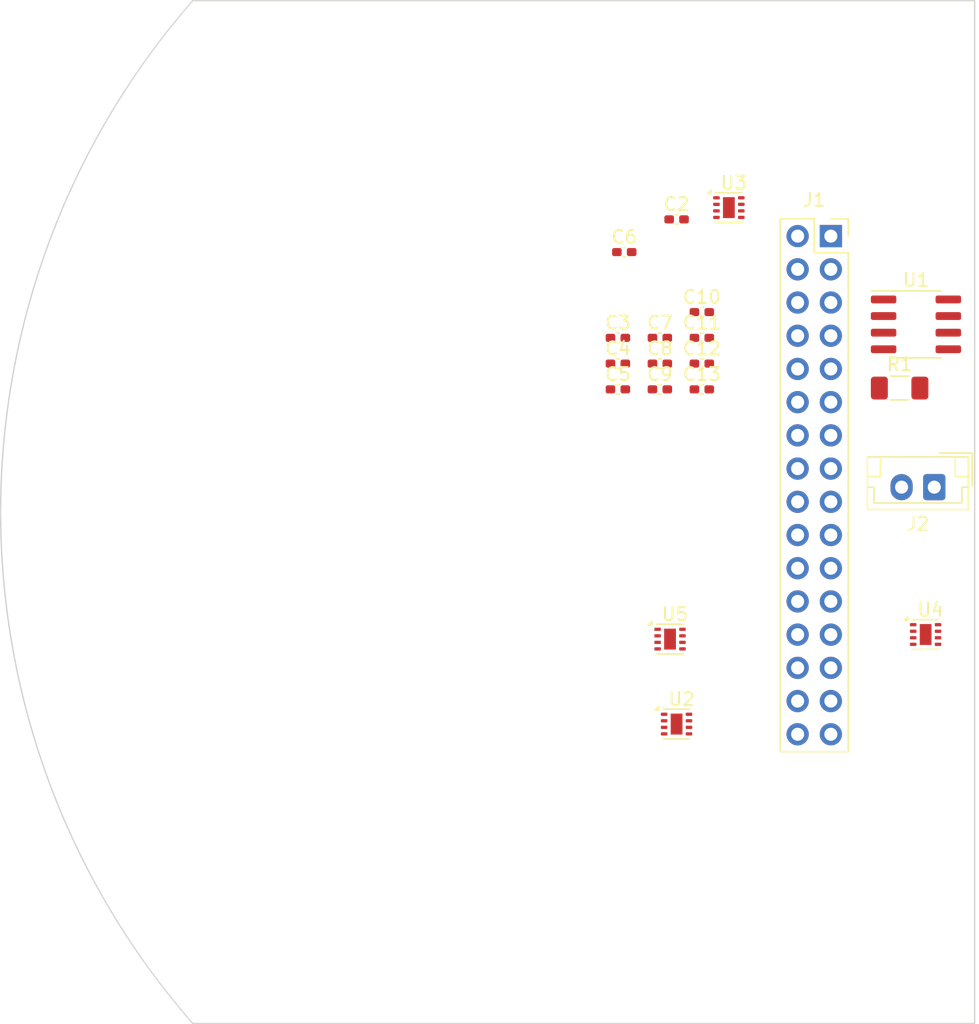
<source format=kicad_pcb>
(kicad_pcb (version 20241229) (generator "pcbnew") (generator_version "9.0")
  (layers (0 "F.Cu" signal) (2 "B.Cu" signal) (13 "F.Paste" user) (15 "B.Paste" user) (5 "F.SilkS" user "F.Silkscreen") (7 "B.SilkS" user "B.Silkscreen") (1 "F.Mask" user) (3 "B.Mask" user) (25 "Edge.Cuts" user))
  (net 0 "")
  (net 1 "/Motor_H_Supply")
  (net 2 "/5V Out")
  (net 3 "/3.3V Regulated")
  (net 4 "/Motor4_A_OUT")
  (net 5 "/MOTOR1_CTRL1")
  (net 6 "/MOTOR4_CTRL1")
  (net 8 "/MOTOR4_CTRL2")
  (net 10 "/MOTOR3_CTRL1")
  (net 16 "/SCLK_INA219")
  (net 17 "/SDA_INA219")
  (net 20 "/MOTOR1_A_OUT")
  (net 24 "/Motor2_A_OUT")
  (net 26 "/MOTOR1_B_OUT")
  (net 27 "/MOTOR2_CTRL1")
  (net 28 "/MOTOR3_B_OUT")
  (net 29 "/Motor2_B_OUT")
  (net 30 "/MOTOR2_CTRL2")
  (net 31 "/V_Battery+")
  (net 32 "/V_Battery-")
  (net 33 "/Vcc")
  (net 34 "GND")
  (net 35 "/MOTOR1_CTRL2")
  (net 36 "/MOTOR3_CTRL2")
  (net 37 "/MOTOR3_A_OUT")
  (net 38 "/Motor4_B_OUT")
  (footprint "Capacitor_SMD:C_0402_1005Metric_Pad0.74x0.62mm_HandSolder" (layer "F.Cu") (at 90.2225 86.5)
    (property "Reference" "C9" (at 0 -1.16 0) (layer "F.SilkS"))
    (property "Value" "0.1mF")
    (fp_line (start -0.115835 -0.36) (end 0.115835 -0.36) (stroke (width 0.12)) (layer "F.SilkS"))
    (fp_line (start -0.115835 0.36) (end 0.115835 0.36) (stroke (width 0.12)) (layer "F.SilkS"))
    (pad "1" smd roundrect (at -0.5675 0) (size 0.735 0.62) (layers "F.Cu" "F.Mask" "F.Paste") (net 1 "/Motor_H_Supply"))
    (pad "2" smd roundrect (at 0.5675 0) (size 0.735 0.62) (layers "F.Cu" "F.Mask" "F.Paste") (net 34 "GND"))
  )
  (footprint "Capacitor_SMD:C_0402_1005Metric_Pad0.74x0.62mm_HandSolder" (layer "F.Cu") (at 90.2225 82.56)
    (property "Reference" "C7" (at 0 -1.16 0) (layer "F.SilkS"))
    (property "Value" "0.1mF")
    (fp_line (start -0.115835 -0.36) (end 0.115835 -0.36) (stroke (width 0.12)) (layer "F.SilkS"))
    (fp_line (start -0.115835 0.36) (end 0.115835 0.36) (stroke (width 0.12)) (layer "F.SilkS"))
    (pad "1" smd roundrect (at -0.5675 0) (size 0.735 0.62) (layers "F.Cu" "F.Mask" "F.Paste") (net 34 "GND"))
    (pad "2" smd roundrect (at 0.5675 0) (size 0.735 0.62) (layers "F.Cu" "F.Mask" "F.Paste") (net 3 "/3.3V Regulated"))
  )
  (footprint "Capacitor_SMD:C_0402_1005Metric_Pad0.74x0.62mm_HandSolder" (layer "F.Cu") (at 87.0125 86.5)
    (property "Reference" "C5" (at 0 -1.16 0) (layer "F.SilkS"))
    (property "Value" "0.1mF")
    (fp_line (start -0.115835 -0.36) (end 0.115835 -0.36) (stroke (width 0.12)) (layer "F.SilkS"))
    (fp_line (start -0.115835 0.36) (end 0.115835 0.36) (stroke (width 0.12)) (layer "F.SilkS"))
    (pad "1" smd roundrect (at -0.5675 0) (size 0.735 0.62) (layers "F.Cu" "F.Mask" "F.Paste") (net 2 "/5V Out"))
    (pad "2" smd roundrect (at 0.5675 0) (size 0.735 0.62) (layers "F.Cu" "F.Mask" "F.Paste") (net 34 "GND"))
  )
  (footprint "Resistor_SMD:R_1206_3216Metric_Pad1.30x1.75mm_HandSolder" (layer "F.Cu") (at 108.56 86.4)
    (property "Reference" "R1" (at 0 -1.82 0) (layer "F.SilkS"))
    (property "Value" "0.15")
    (fp_line (start -0.727064 -0.91) (end 0.727064 -0.91) (stroke (width 0.12)) (layer "F.SilkS"))
    (fp_line (start -0.727064 0.91) (end 0.727064 0.91) (stroke (width 0.12)) (layer "F.SilkS"))
    (pad "1" smd roundrect (at -1.55 0) (size 1.3 1.75) (layers "F.Cu" "F.Mask" "F.Paste") (roundrect_rratio 0.192308) (net 33 "/Vcc"))
    (pad "2" smd roundrect (at 1.55 0) (size 1.3 1.75) (layers "F.Cu" "F.Mask" "F.Paste") (roundrect_rratio 0.192308) (net 31 "/V_Battery+"))
  )
  (footprint "Capacitor_SMD:C_0402_1005Metric_Pad0.74x0.62mm_HandSolder" (layer "F.Cu") (at 93.4325 84.53)
    (property "Reference" "C12" (at 0 -1.16 0) (layer "F.SilkS"))
    (property "Value" "0.1mF")
    (fp_line (start -0.115835 -0.36) (end 0.115835 -0.36) (stroke (width 0.12)) (layer "F.SilkS"))
    (fp_line (start -0.115835 0.36) (end 0.115835 0.36) (stroke (width 0.12)) (layer "F.SilkS"))
    (pad "1" smd roundrect (at -0.5675 0) (size 0.735 0.62) (layers "F.Cu" "F.Mask" "F.Paste") (net 1 "/Motor_H_Supply"))
    (pad "2" smd roundrect (at 0.5675 0) (size 0.735 0.62) (layers "F.Cu" "F.Mask" "F.Paste") (net 34 "GND"))
  )
  (footprint "Package_SON:WSON-8-1EP_2x2mm_P0.5mm_EP0.9x1.6mm" (layer "F.Cu") (at 91.5 112.1)
    (property "Reference" "U2" (at 0.38 -1.9 0) (layer "F.SilkS"))
    (property "Value" "DRV8837")
    (fp_line (start -1.01 -1.14) (end 0.99 -1.14) (stroke (width 0.12)) (layer "F.SilkS"))
    (fp_line (start -1 1.14) (end 1 1.14) (stroke (width 0.12)) (layer "F.SilkS"))
    (fp_poly (pts (xy -1.37 -1.07) (xy -1.65 -1.07) (xy -1.37 -1.35) (xy -1.37 -1.07)) (stroke (width 0.12)) (fill yes) (layer "F.SilkS"))
    (pad "1" smd roundrect (at -0.95 -0.75) (size 0.5 0.25) (layers "F.Cu" "F.Mask" "F.Paste") (net 3 "/3.3V Regulated"))
    (pad "2" smd roundrect (at -0.95 -0.25) (size 0.5 0.25) (layers "F.Cu" "F.Mask" "F.Paste") (net 20 "/MOTOR1_A_OUT"))
    (pad "3" smd roundrect (at -0.95 0.25) (size 0.5 0.25) (layers "F.Cu" "F.Mask" "F.Paste") (net 26 "/MOTOR1_B_OUT"))
    (pad "4" smd roundrect (at -0.95 0.75) (size 0.5 0.25) (layers "F.Cu" "F.Mask" "F.Paste") (net 34 "GND"))
    (pad "5" smd roundrect (at 0.95 0.75) (size 0.5 0.25) (layers "F.Cu" "F.Mask" "F.Paste") (net 35 "/MOTOR1_CTRL2"))
    (pad "6" smd roundrect (at 0.95 0.25) (size 0.5 0.25) (layers "F.Cu" "F.Mask" "F.Paste") (net 5 "/MOTOR1_CTRL1"))
    (pad "7" smd roundrect (at 0.95 -0.25) (size 0.5 0.25) (layers "F.Cu" "F.Mask" "F.Paste") (net 2 "/5V Out"))
    (pad "8" smd roundrect (at 0.95 -0.75) (size 0.5 0.25) (layers "F.Cu" "F.Mask" "F.Paste") (net 34 "GND"))
    (pad "9" smd rect (at 0 0) (size 0.9 1.6) (layers "F.Cu" "F.Mask") (net 34 "GND"))
  )
  (footprint "Capacitor_SMD:C_0402_1005Metric_Pad0.74x0.62mm_HandSolder" (layer "F.Cu") (at 87.0125 84.53)
    (property "Reference" "C4" (at 0 -1.16 0) (layer "F.SilkS"))
    (property "Value" "0.1mF")
    (fp_line (start -0.115835 -0.36) (end 0.115835 -0.36) (stroke (width 0.12)) (layer "F.SilkS"))
    (fp_line (start -0.115835 0.36) (end 0.115835 0.36) (stroke (width 0.12)) (layer "F.SilkS"))
    (pad "1" smd roundrect (at -0.5675 0) (size 0.735 0.62) (layers "F.Cu" "F.Mask" "F.Paste") (net 34 "GND"))
    (pad "2" smd roundrect (at 0.5675 0) (size 0.735 0.62) (layers "F.Cu" "F.Mask" "F.Paste") (net 3 "/3.3V Regulated"))
  )
  (footprint "Capacitor_SMD:C_0402_1005Metric_Pad0.74x0.62mm_HandSolder" (layer "F.Cu") (at 87.5 76)
    (property "Reference" "C6" (at 0 -1.16 0) (layer "F.SilkS"))
    (property "Value" "0.1mF")
    (fp_line (start -0.115835 -0.36) (end 0.115835 -0.36) (stroke (width 0.12)) (layer "F.SilkS"))
    (fp_line (start -0.115835 0.36) (end 0.115835 0.36) (stroke (width 0.12)) (layer "F.SilkS"))
    (pad "1" smd roundrect (at -0.5675 0) (size 0.735 0.62) (layers "F.Cu" "F.Mask" "F.Paste") (net 1 "/Motor_H_Supply"))
    (pad "2" smd roundrect (at 0.5675 0) (size 0.735 0.62) (layers "F.Cu" "F.Mask" "F.Paste") (net 34 "GND"))
  )
  (footprint "Capacitor_SMD:C_0402_1005Metric_Pad0.74x0.62mm_HandSolder" (layer "F.Cu") (at 87.0125 82.56)
    (property "Reference" "C3" (at 0 -1.16 0) (layer "F.SilkS"))
    (property "Value" "0.1mF")
    (fp_line (start -0.115835 -0.36) (end 0.115835 -0.36) (stroke (width 0.12)) (layer "F.SilkS"))
    (fp_line (start -0.115835 0.36) (end 0.115835 0.36) (stroke (width 0.12)) (layer "F.SilkS"))
    (pad "1" smd roundrect (at -0.5675 0) (size 0.735 0.62) (layers "F.Cu" "F.Mask" "F.Paste") (net 2 "/5V Out"))
    (pad "2" smd roundrect (at 0.5675 0) (size 0.735 0.62) (layers "F.Cu" "F.Mask" "F.Paste") (net 34 "GND"))
  )
  (footprint "Package_SON:WSON-8-1EP_2x2mm_P0.5mm_EP0.9x1.6mm" (layer "F.Cu") (at 95.5 72.6)
    (property "Reference" "U3" (at 0.38 -1.9 0) (layer "F.SilkS"))
    (property "Value" "DRV8837")
    (fp_line (start -1.01 -1.14) (end 0.99 -1.14) (stroke (width 0.12)) (layer "F.SilkS"))
    (fp_line (start -1 1.14) (end 1 1.14) (stroke (width 0.12)) (layer "F.SilkS"))
    (fp_poly (pts (xy -1.37 -1.07) (xy -1.65 -1.07) (xy -1.37 -1.35) (xy -1.37 -1.07)) (stroke (width 0.12)) (fill yes) (layer "F.SilkS"))
    (pad "1" smd roundrect (at -0.95 -0.75) (size 0.5 0.25) (layers "F.Cu" "F.Mask" "F.Paste") (net 3 "/3.3V Regulated"))
    (pad "2" smd roundrect (at -0.95 -0.25) (size 0.5 0.25) (layers "F.Cu" "F.Mask" "F.Paste") (net 24 "/Motor2_A_OUT"))
    (pad "3" smd roundrect (at -0.95 0.25) (size 0.5 0.25) (layers "F.Cu" "F.Mask" "F.Paste") (net 29 "/Motor2_B_OUT"))
    (pad "4" smd roundrect (at -0.95 0.75) (size 0.5 0.25) (layers "F.Cu" "F.Mask" "F.Paste") (net 34 "GND"))
    (pad "5" smd roundrect (at 0.95 0.75) (size 0.5 0.25) (layers "F.Cu" "F.Mask" "F.Paste") (net 30 "/MOTOR2_CTRL2"))
    (pad "6" smd roundrect (at 0.95 0.25) (size 0.5 0.25) (layers "F.Cu" "F.Mask" "F.Paste") (net 27 "/MOTOR2_CTRL1"))
    (pad "7" smd roundrect (at 0.95 -0.25) (size 0.5 0.25) (layers "F.Cu" "F.Mask" "F.Paste") (net 2 "/5V Out"))
    (pad "8" smd roundrect (at 0.95 -0.75) (size 0.5 0.25) (layers "F.Cu" "F.Mask" "F.Paste") (net 34 "GND"))
    (pad "9" smd rect (at 0 0) (size 0.9 1.6) (layers "F.Cu" "F.Mask") (net 34 "GND"))
  )
  (footprint "Connector_PinSocket_2.54mm:PinSocket_2x16_P2.54mm_Vertical" (layer "F.Cu") (at 103.3 74.78)
    (property "Reference" "J1" (at -1.27 -2.77 0) (layer "F.SilkS"))
    (property "Value" "Conn_02x16_Odd_Even")
    (fp_line (start -3.87 -1.33) (end -3.87 39.43) (stroke (width 0.12)) (layer "F.SilkS"))
    (fp_line (start -3.87 -1.33) (end -1.27 -1.33) (stroke (width 0.12)) (layer "F.SilkS"))
    (fp_line (start -3.87 39.43) (end 1.33 39.43) (stroke (width 0.12)) (layer "F.SilkS"))
    (fp_line (start -1.27 -1.33) (end -1.27 1.27) (stroke (width 0.12)) (layer "F.SilkS"))
    (fp_line (start -1.27 1.27) (end 1.33 1.27) (stroke (width 0.12)) (layer "F.SilkS"))
    (fp_line (start 0 -1.33) (end 1.33 -1.33) (stroke (width 0.12)) (layer "F.SilkS"))
    (fp_line (start 1.33 -1.33) (end 1.33 0) (stroke (width 0.12)) (layer "F.SilkS"))
    (fp_line (start 1.33 1.27) (end 1.33 39.43) (stroke (width 0.12)) (layer "F.SilkS"))
    (pad "1" thru_hole rect (at 0 0) (size 1.7 1.7) (drill 1) (layers "*.Cu" "*.Mask") (net 29 "/Motor2_B_OUT"))
    (pad "2" thru_hole oval (at -2.54 0) (size 1.7 1.7) (drill 1) (layers "*.Cu" "*.Mask") (net 24 "/Motor2_A_OUT"))
    (pad "3" thru_hole oval (at 0 2.54) (size 1.7 1.7) (drill 1) (layers "*.Cu" "*.Mask") (net 4 "/Motor4_A_OUT"))
    (pad "4" thru_hole oval (at -2.54 2.54) (size 1.7 1.7) (drill 1) (layers "*.Cu" "*.Mask") (net 27 "/MOTOR2_CTRL1"))
    (pad "5" thru_hole oval (at 0 5.08) (size 1.7 1.7) (drill 1) (layers "*.Cu" "*.Mask") (net 38 "/Motor4_B_OUT"))
    (pad "6" thru_hole oval (at -2.54 5.08) (size 1.7 1.7) (drill 1) (layers "*.Cu" "*.Mask") (net 30 "/MOTOR2_CTRL2"))
    (pad "7" thru_hole oval (at 0 7.62) (size 1.7 1.7) (drill 1) (layers "*.Cu" "*.Mask"))
    (pad "8" thru_hole oval (at -2.54 7.62) (size 1.7 1.7) (drill 1) (layers "*.Cu" "*.Mask") (net 6 "/MOTOR4_CTRL1"))
    (pad "9" thru_hole oval (at 0 10.16) (size 1.7 1.7) (drill 1) (layers "*.Cu" "*.Mask"))
    (pad "10" thru_hole oval (at -2.54 10.16) (size 1.7 1.7) (drill 1) (layers "*.Cu" "*.Mask") (net 8 "/MOTOR4_CTRL2"))
    (pad "11" thru_hole oval (at 0 12.7) (size 1.7 1.7) (drill 1) (layers "*.Cu" "*.Mask"))
    (pad "12" thru_hole oval (at -2.54 12.7) (size 1.7 1.7) (drill 1) (layers "*.Cu" "*.Mask"))
    (pad "13" thru_hole oval (at 0 15.24) (size 1.7 1.7) (drill 1) (layers "*.Cu" "*.Mask"))
    (pad "14" thru_hole oval (at -2.54 15.24) (size 1.7 1.7) (drill 1) (layers "*.Cu" "*.Mask"))
    (pad "15" thru_hole oval (at 0 17.78) (size 1.7 1.7) (drill 1) (layers "*.Cu" "*.Mask"))
    (pad "16" thru_hole oval (at -2.54 17.78) (size 1.7 1.7) (drill 1) (layers "*.Cu" "*.Mask") (net 16 "/SCLK_INA219"))
    (pad "17" thru_hole oval (at 0 20.32) (size 1.7 1.7) (drill 1) (layers "*.Cu" "*.Mask") (net 17 "/SDA_INA219"))
    (pad "18" thru_hole oval (at -2.54 20.32) (size 1.7 1.7) (drill 1) (layers "*.Cu" "*.Mask"))
    (pad "19" thru_hole oval (at 0 22.86) (size 1.7 1.7) (drill 1) (layers "*.Cu" "*.Mask"))
    (pad "20" thru_hole oval (at -2.54 22.86) (size 1.7 1.7) (drill 1) (layers "*.Cu" "*.Mask") (net 2 "/5V Out"))
    (pad "21" thru_hole oval (at 0 25.4) (size 1.7 1.7) (drill 1) (layers "*.Cu" "*.Mask"))
    (pad "22" thru_hole oval (at -2.54 25.4) (size 1.7 1.7) (drill 1) (layers "*.Cu" "*.Mask"))
    (pad "23" thru_hole oval (at 0 27.94) (size 1.7 1.7) (drill 1) (layers "*.Cu" "*.Mask"))
    (pad "24" thru_hole oval (at -2.54 27.94) (size 1.7 1.7) (drill 1) (layers "*.Cu" "*.Mask") (net 10 "/MOTOR3_CTRL1"))
    (pad "25" thru_hole oval (at 0 30.48) (size 1.7 1.7) (drill 1) (layers "*.Cu" "*.Mask"))
    (pad "26" thru_hole oval (at -2.54 30.48) (size 1.7 1.7) (drill 1) (layers "*.Cu" "*.Mask") (net 36 "/MOTOR3_CTRL2"))
    (pad "27" thru_hole oval (at 0 33.02) (size 1.7 1.7) (drill 1) (layers "*.Cu" "*.Mask") (net 37 "/MOTOR3_A_OUT"))
    (pad "28" thru_hole oval (at -2.54 33.02) (size 1.7 1.7) (drill 1) (layers "*.Cu" "*.Mask") (net 5 "/MOTOR1_CTRL1"))
    (pad "29" thru_hole oval (at 0 35.56) (size 1.7 1.7) (drill 1) (layers "*.Cu" "*.Mask") (net 28 "/MOTOR3_B_OUT"))
    (pad "30" thru_hole oval (at -2.54 35.56) (size 1.7 1.7) (drill 1) (layers "*.Cu" "*.Mask") (net 35 "/MOTOR1_CTRL2"))
    (pad "31" thru_hole oval (at 0 38.1) (size 1.7 1.7) (drill 1) (layers "*.Cu" "*.Mask") (net 26 "/MOTOR1_B_OUT"))
    (pad "32" thru_hole oval (at -2.54 38.1) (size 1.7 1.7) (drill 1) (layers "*.Cu" "*.Mask") (net 20 "/MOTOR1_A_OUT"))
  )
  (footprint "Package_SON:WSON-8-1EP_2x2mm_P0.5mm_EP0.9x1.6mm" (layer "F.Cu") (at 91 105.6)
    (property "Reference" "U5" (at 0.38 -1.9 0) (layer "F.SilkS"))
    (property "Value" "DRV8837")
    (fp_line (start -1.01 -1.14) (end 0.99 -1.14) (stroke (width 0.12)) (layer "F.SilkS"))
    (fp_line (start -1 1.14) (end 1 1.14) (stroke (width 0.12)) (layer "F.SilkS"))
    (fp_poly (pts (xy -1.37 -1.07) (xy -1.65 -1.07) (xy -1.37 -1.35) (xy -1.37 -1.07)) (stroke (width 0.12)) (fill yes) (layer "F.SilkS"))
    (pad "1" smd roundrect (at -0.95 -0.75) (size 0.5 0.25) (layers "F.Cu" "F.Mask" "F.Paste") (net 3 "/3.3V Regulated"))
    (pad "2" smd roundrect (at -0.95 -0.25) (size 0.5 0.25) (layers "F.Cu" "F.Mask" "F.Paste") (net 4 "/Motor4_A_OUT"))
    (pad "3" smd roundrect (at -0.95 0.25) (size 0.5 0.25) (layers "F.Cu" "F.Mask" "F.Paste") (net 38 "/Motor4_B_OUT"))
    (pad "4" smd roundrect (at -0.95 0.75) (size 0.5 0.25) (layers "F.Cu" "F.Mask" "F.Paste") (net 34 "GND"))
    (pad "5" smd roundrect (at 0.95 0.75) (size 0.5 0.25) (layers "F.Cu" "F.Mask" "F.Paste") (net 8 "/MOTOR4_CTRL2"))
    (pad "6" smd roundrect (at 0.95 0.25) (size 0.5 0.25) (layers "F.Cu" "F.Mask" "F.Paste") (net 6 "/MOTOR4_CTRL1"))
    (pad "7" smd roundrect (at 0.95 -0.25) (size 0.5 0.25) (layers "F.Cu" "F.Mask" "F.Paste") (net 2 "/5V Out"))
    (pad "8" smd roundrect (at 0.95 -0.75) (size 0.5 0.25) (layers "F.Cu" "F.Mask" "F.Paste") (net 34 "GND"))
    (pad "9" smd rect (at 0 0) (size 0.9 1.6) (layers "F.Cu" "F.Mask") (net 34 "GND"))
  )
  (footprint "Capacitor_SMD:C_0402_1005Metric_Pad0.74x0.62mm_HandSolder" (layer "F.Cu") (at 90.2225 84.53)
    (property "Reference" "C8" (at 0 -1.16 0) (layer "F.SilkS"))
    (property "Value" "0.1mF")
    (fp_line (start -0.115835 -0.36) (end 0.115835 -0.36) (stroke (width 0.12)) (layer "F.SilkS"))
    (fp_line (start -0.115835 0.36) (end 0.115835 0.36) (stroke (width 0.12)) (layer "F.SilkS"))
    (pad "1" smd roundrect (at -0.5675 0) (size 0.735 0.62) (layers "F.Cu" "F.Mask" "F.Paste") (net 2 "/5V Out"))
    (pad "2" smd roundrect (at 0.5675 0) (size 0.735 0.62) (layers "F.Cu" "F.Mask" "F.Paste") (net 34 "GND"))
  )
  (footprint "Capacitor_SMD:C_0402_1005Metric_Pad0.74x0.62mm_HandSolder" (layer "F.Cu") (at 91.5 73.5)
    (property "Reference" "C2" (at 0 -1.16 0) (layer "F.SilkS"))
    (property "Value" "0.1mF")
    (fp_line (start -0.115835 -0.36) (end 0.115835 -0.36) (stroke (width 0.12)) (layer "F.SilkS"))
    (fp_line (start -0.115835 0.36) (end 0.115835 0.36) (stroke (width 0.12)) (layer "F.SilkS"))
    (pad "1" smd roundrect (at -0.5675 0) (size 0.735 0.62) (layers "F.Cu" "F.Mask" "F.Paste") (net 1 "/Motor_H_Supply"))
    (pad "2" smd roundrect (at 0.5675 0) (size 0.735 0.62) (layers "F.Cu" "F.Mask" "F.Paste") (net 34 "GND"))
  )
  (footprint "Package_SO:SOIC-8_3.9x4.9mm_P1.27mm" (layer "F.Cu") (at 109.81 81.53)
    (property "Reference" "U1" (at 0 -3.4 0) (layer "F.SilkS"))
    (property "Value" "INA219AxD")
    (fp_line (start 0 -2.56) (end -3.45 -2.56) (stroke (width 0.12)) (layer "F.SilkS"))
    (fp_line (start 0 -2.56) (end 1.95 -2.56) (stroke (width 0.12)) (layer "F.SilkS"))
    (fp_line (start 0 2.56) (end -1.95 2.56) (stroke (width 0.12)) (layer "F.SilkS"))
    (fp_line (start 0 2.56) (end 1.95 2.56) (stroke (width 0.12)) (layer "F.SilkS"))
    (pad "1" smd roundrect (at -2.475 -1.905) (size 1.95 0.6) (layers "F.Cu" "F.Mask" "F.Paste") (net 31 "/V_Battery+"))
    (pad "2" smd roundrect (at -2.475 -0.635) (size 1.95 0.6) (layers "F.Cu" "F.Mask" "F.Paste") (net 32 "/V_Battery-"))
    (pad "3" smd roundrect (at -2.475 0.635) (size 1.95 0.6) (layers "F.Cu" "F.Mask" "F.Paste") (net 17 "/SDA_INA219"))
    (pad "4" smd roundrect (at -2.475 1.905) (size 1.95 0.6) (layers "F.Cu" "F.Mask" "F.Paste") (net 16 "/SCLK_INA219"))
    (pad "5" smd roundrect (at 2.475 1.905) (size 1.95 0.6) (layers "F.Cu" "F.Mask" "F.Paste") (net 31 "/V_Battery+"))
    (pad "6" smd roundrect (at 2.475 0.635) (size 1.95 0.6) (layers "F.Cu" "F.Mask" "F.Paste") (net 34 "GND"))
    (pad "7" smd roundrect (at 2.475 -0.635) (size 1.95 0.6) (layers "F.Cu" "F.Mask" "F.Paste") (net 33 "/Vcc"))
    (pad "8" smd roundrect (at 2.475 -1.905) (size 1.95 0.6) (layers "F.Cu" "F.Mask" "F.Paste") (net 31 "/V_Battery+"))
  )
  (footprint "Capacitor_SMD:C_0402_1005Metric_Pad0.74x0.62mm_HandSolder" (layer "F.Cu") (at 93.4325 80.59)
    (property "Reference" "C10" (at 0 -1.16 0) (layer "F.SilkS"))
    (property "Value" "0.1mF")
    (fp_line (start -0.115835 -0.36) (end 0.115835 -0.36) (stroke (width 0.12)) (layer "F.SilkS"))
    (fp_line (start -0.115835 0.36) (end 0.115835 0.36) (stroke (width 0.12)) (layer "F.SilkS"))
    (pad "1" smd roundrect (at -0.5675 0) (size 0.735 0.62) (layers "F.Cu" "F.Mask" "F.Paste") (net 34 "GND"))
    (pad "2" smd roundrect (at 0.5675 0) (size 0.735 0.62) (layers "F.Cu" "F.Mask" "F.Paste") (net 3 "/3.3V Regulated"))
  )
  (footprint "Connector_JST:JST_EH_B2B-EH-A_1x02_P2.50mm_Vertical" (layer "F.Cu") (at 111.21 93.98 180)
    (property "Reference" "J2" (at 1.25 -2.8 0) (layer "F.SilkS"))
    (property "Value" "Conn_01x02")
    (fp_line (start 5.11 2.31) (end 5.11 -1.71) (stroke (width 0.12)) (layer "F.SilkS"))
    (fp_line (start 5.11 0.81) (end 4.11 0.81) (stroke (width 0.12)) (layer "F.SilkS"))
    (fp_line (start 5.11 -1.71) (end -2.61 -1.71) (stroke (width 0.12)) (layer "F.SilkS"))
    (fp_line (start 4.61 0) (end 5.11 0) (stroke (width 0.12)) (layer "F.SilkS"))
    (fp_line (start 4.61 -1.21) (end 4.61 0) (stroke (width 0.12)) (layer "F.SilkS"))
    (fp_line (start 4.11 0.81) (end 4.11 2.31) (stroke (width 0.12)) (layer "F.SilkS"))
    (fp_line (start -1.61 0.81) (end -1.61 2.31) (stroke (width 0.12)) (layer "F.SilkS"))
    (fp_line (start -2.11 0) (end -2.11 -1.21) (stroke (width 0.12)) (layer "F.SilkS"))
    (fp_line (start -2.11 -1.21) (end 4.61 -1.21) (stroke (width 0.12)) (layer "F.SilkS"))
    (fp_line (start -2.61 2.31) (end 5.11 2.31) (stroke (width 0.12)) (layer "F.SilkS"))
    (fp_line (start -2.61 0.81) (end -1.61 0.81) (stroke (width 0.12)) (layer "F.SilkS"))
    (fp_line (start -2.61 0) (end -2.11 0) (stroke (width 0.12)) (layer "F.SilkS"))
    (fp_line (start -2.61 -1.71) (end -2.61 2.31) (stroke (width 0.12)) (layer "F.SilkS"))
    (fp_line (start -2.91 2.61) (end -0.41 2.61) (stroke (width 0.12)) (layer "F.SilkS"))
    (fp_line (start -2.91 0.11) (end -2.91 2.61) (stroke (width 0.12)) (layer "F.SilkS"))
    (pad "1" thru_hole roundrect (at 0 0 180) (size 1.7 2) (drill 1) (layers "*.Cu" "*.Mask") (roundrect_rratio 0.147059) (net 31 "/V_Battery+"))
    (pad "2" thru_hole oval (at 2.5 0 180) (size 1.7 2) (drill 1) (layers "*.Cu" "*.Mask") (net 32 "/V_Battery-"))
  )
  (footprint "Capacitor_SMD:C_0402_1005Metric_Pad0.74x0.62mm_HandSolder" (layer "F.Cu") (at 93.4325 86.5)
    (property "Reference" "C13" (at 0 -1.16 0) (layer "F.SilkS"))
    (property "Value" "0.1mF")
    (fp_line (start -0.115835 -0.36) (end 0.115835 -0.36) (stroke (width 0.12)) (layer "F.SilkS"))
    (fp_line (start -0.115835 0.36) (end 0.115835 0.36) (stroke (width 0.12)) (layer "F.SilkS"))
    (pad "1" smd roundrect (at -0.5675 0) (size 0.735 0.62) (layers "F.Cu" "F.Mask" "F.Paste") (net 34 "GND"))
    (pad "2" smd roundrect (at 0.5675 0) (size 0.735 0.62) (layers "F.Cu" "F.Mask" "F.Paste") (net 3 "/3.3V Regulated"))
  )
  (footprint "Capacitor_SMD:C_0402_1005Metric_Pad0.74x0.62mm_HandSolder" (layer "F.Cu") (at 93.4325 82.56)
    (property "Reference" "C11" (at 0 -1.16 0) (layer "F.SilkS"))
    (property "Value" "0.1mF")
    (fp_line (start -0.115835 -0.36) (end 0.115835 -0.36) (stroke (width 0.12)) (layer "F.SilkS"))
    (fp_line (start -0.115835 0.36) (end 0.115835 0.36) (stroke (width 0.12)) (layer "F.SilkS"))
    (pad "1" smd roundrect (at -0.5675 0) (size 0.735 0.62) (layers "F.Cu" "F.Mask" "F.Paste") (net 2 "/5V Out"))
    (pad "2" smd roundrect (at 0.5675 0) (size 0.735 0.62) (layers "F.Cu" "F.Mask" "F.Paste") (net 34 "GND"))
  )
  (footprint "Package_SON:WSON-8-1EP_2x2mm_P0.5mm_EP0.9x1.6mm" (layer "F.Cu") (at 110.55 105.25)
    (property "Reference" "U4" (at 0.38 -1.9 0) (layer "F.SilkS"))
    (property "Value" "DRV8837")
    (fp_line (start -1.01 -1.14) (end 0.99 -1.14) (stroke (width 0.12)) (layer "F.SilkS"))
    (fp_line (start -1 1.14) (end 1 1.14) (stroke (width 0.12)) (layer "F.SilkS"))
    (fp_poly (pts (xy -1.37 -1.07) (xy -1.65 -1.07) (xy -1.37 -1.35) (xy -1.37 -1.07)) (stroke (width 0.12)) (fill yes) (layer "F.SilkS"))
    (pad "1" smd roundrect (at -0.95 -0.75) (size 0.5 0.25) (layers "F.Cu" "F.Mask" "F.Paste") (net 3 "/3.3V Regulated"))
    (pad "2" smd roundrect (at -0.95 -0.25) (size 0.5 0.25) (layers "F.Cu" "F.Mask" "F.Paste") (net 37 "/MOTOR3_A_OUT"))
    (pad "3" smd roundrect (at -0.95 0.25) (size 0.5 0.25) (layers "F.Cu" "F.Mask" "F.Paste") (net 28 "/MOTOR3_B_OUT"))
    (pad "4" smd roundrect (at -0.95 0.75) (size 0.5 0.25) (layers "F.Cu" "F.Mask" "F.Paste") (net 34 "GND"))
    (pad "5" smd roundrect (at 0.95 0.75) (size 0.5 0.25) (layers "F.Cu" "F.Mask" "F.Paste") (net 36 "/MOTOR3_CTRL2"))
    (pad "6" smd roundrect (at 0.95 0.25) (size 0.5 0.25) (layers "F.Cu" "F.Mask" "F.Paste") (net 10 "/MOTOR3_CTRL1"))
    (pad "7" smd roundrect (at 0.95 -0.25) (size 0.5 0.25) (layers "F.Cu" "F.Mask" "F.Paste") (net 2 "/5V Out"))
    (pad "8" smd roundrect (at 0.95 -0.75) (size 0.5 0.25) (layers "F.Cu" "F.Mask" "F.Paste") (net 34 "GND"))
    (pad "9" smd rect (at 0 0) (size 0.9 1.6) (layers "F.Cu" "F.Mask") (net 34 "GND"))
  )
  (gr_line (start 54.497593 56.771915) (end 114.3 56.771915) (stroke (width 0.1)) (layer "Edge.Cuts"))
  (gr_line (start 114.3 56.771915) (end 114.3 135) (stroke (width 0.1)) (layer "Edge.Cuts"))
  (gr_line (start 114.3 135) (end 54.497593 135) (stroke (width 0.1)) (layer "Edge.Cuts"))
  (gr_arc (start 54.497593 135) (mid 39.802309 95.885958) (end 54.497593 56.771915) (stroke (width 0.1)) (layer "Edge.Cuts"))
)
</source>
